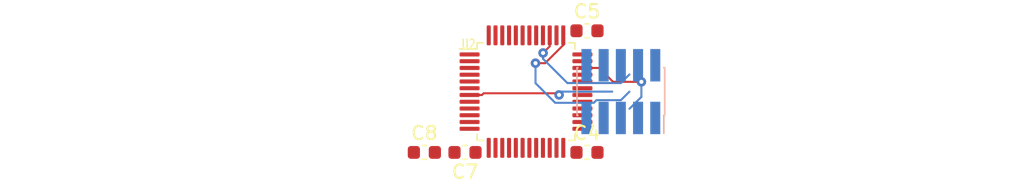
<source format=kicad_pcb>
(kicad_pcb (version 20240108) (generator "pcbnew") (generator_version "8.0")
  (layers (0 "F.Cu" signal "Front") (31 "B.Cu" signal "Back") (34 "B.Paste" user) (35 "F.Paste" user) (36 "B.SilkS" user "B.Silkscreen") (37 "F.SilkS" user "F.Silkscreen") (38 "B.Mask" user) (39 "F.Mask" user) (44 "Edge.Cuts" user))
  (net 0 "")
  (net 1 "usb.gnd")
  (net 2 "reg.pwr_out")
  (net 3 "led.signal")
  (net 4 "mcu.ic.osc.xtal_out")
  (net 5 "mcu.reset_node")
  (net 6 "mcu.ic.osc.xtal_in")
  (net 7 "mcu.swd.tdi")
  (net 8 "mcu.swd_node.swdio")
  (net 9 "mcu.swd_node.swclk")
  (net 10 "mcu.swd.swo")
  (footprint "Capacitor_SMD:C_0603_1608Metric" (layer "F.Cu") (at 153 52.5)
    (property "Reference" "C8" (at 0 -1.43 0) (layer "F.SilkS"))
    (property "Value" "50V 1uF X5R ±10% 0603 Multilayer Ceramic Capacitors MLCC - SMD/SMT ROHS")
    (fp_line (start -0.14058 -0.51) (end 0.14058 -0.51) (stroke (width 0.12)) (layer "F.SilkS"))
    (fp_line (start -0.14058 0.51) (end 0.14058 0.51) (stroke (width 0.12)) (layer "F.SilkS"))
    (pad "1" smd roundrect (at -0.775 0) (size 0.9 0.95) (layers "F.Cu" "F.Paste" "F.Mask") (net 2 "reg.pwr_out"))
    (pad "2" smd roundrect (at 0.775 0) (size 0.9 0.95) (layers "F.Cu" "F.Paste" "F.Mask") (net 1 "usb.gnd"))
  )
  (footprint "Package_QFP:LQFP-48_7x7mm_P0.5mm" (layer "F.Cu") (at 160.5 48)
    (property "Reference" "U2" (at -4.25 -3.5 0) (layer "F.SilkS") (effects (font (size 0.7 0.5) (thickness 0.1))))
    (property "Value" "STM32F103xxT6")
    (fp_line (start -3.61 -3.61) (end -3.61 -3.16) (stroke (width 0.12)) (layer "F.SilkS"))
    (fp_line (start -3.61 -3.16) (end -4.9 -3.16) (stroke (width 0.12)) (layer "F.SilkS"))
    (fp_line (start -3.61 3.61) (end -3.61 3.16) (stroke (width 0.12)) (layer "F.SilkS"))
    (fp_line (start -3.16 -3.61) (end -3.61 -3.61) (stroke (width 0.12)) (layer "F.SilkS"))
    (fp_line (start -3.16 3.61) (end -3.61 3.61) (stroke (width 0.12)) (layer "F.SilkS"))
    (fp_line (start 3.16 -3.61) (end 3.61 -3.61) (stroke (width 0.12)) (layer "F.SilkS"))
    (fp_line (start 3.16 3.61) (end 3.61 3.61) (stroke (width 0.12)) (layer "F.SilkS"))
    (fp_line (start 3.61 -3.61) (end 3.61 -3.16) (stroke (width 0.12)) (layer "F.SilkS"))
    (fp_line (start 3.61 3.61) (end 3.61 3.16) (stroke (width 0.12)) (layer "F.SilkS"))
    (pad "1" smd roundrect (at -4.1625 -2.75) (size 1.475 0.3) (layers "F.Cu" "F.Paste" "F.Mask") (net 2 "reg.pwr_out"))
    (pad "2" smd roundrect (at -4.1625 -2.25) (size 1.475 0.3) (layers "F.Cu" "F.Paste" "F.Mask"))
    (pad "3" smd roundrect (at -4.1625 -1.75) (size 1.475 0.3) (layers "F.Cu" "F.Paste" "F.Mask"))
    (pad "4" smd roundrect (at -4.1625 -1.25) (size 1.475 0.3) (layers "F.Cu" "F.Paste" "F.Mask"))
    (pad "5" smd roundrect (at -4.1625 -0.75) (size 1.475 0.3) (layers "F.Cu" "F.Paste" "F.Mask") (net 6 "mcu.ic.osc.xtal_in"))
    (pad "6" smd roundrect (at -4.1625 -0.25) (size 1.475 0.3) (layers "F.Cu" "F.Paste" "F.Mask") (net 4 "mcu.ic.osc.xtal_out"))
    (pad "7" smd roundrect (at -4.1625 0.25) (size 1.475 0.3) (layers "F.Cu" "F.Paste" "F.Mask") (net 5 "mcu.reset_node"))
    (pad "8" smd roundrect (at -4.1625 0.75) (size 1.475 0.3) (layers "F.Cu" "F.Paste" "F.Mask") (net 1 "usb.gnd"))
    (pad "9" smd roundrect (at -4.1625 1.25) (size 1.475 0.3) (layers "F.Cu" "F.Paste" "F.Mask") (net 2 "reg.pwr_out"))
    (pad "10" smd roundrect (at -4.1625 1.75) (size 1.475 0.3) (layers "F.Cu" "F.Paste" "F.Mask") (net 3 "led.signal"))
    (pad "11" smd roundrect (at -4.1625 2.25) (size 1.475 0.3) (layers "F.Cu" "F.Paste" "F.Mask"))
    (pad "12" smd roundrect (at -4.1625 2.75) (size 1.475 0.3) (layers "F.Cu" "F.Paste" "F.Mask"))
    (pad "13" smd roundrect (at -2.75 4.1625) (size 0.3 1.475) (layers "F.Cu" "F.Paste" "F.Mask"))
    (pad "14" smd roundrect (at -2.25 4.1625) (size 0.3 1.475) (layers "F.Cu" "F.Paste" "F.Mask"))
    (pad "15" smd roundrect (at -1.75 4.1625) (size 0.3 1.475) (layers "F.Cu" "F.Paste" "F.Mask"))
    (pad "16" smd roundrect (at -1.25 4.1625) (size 0.3 1.475) (layers "F.Cu" "F.Paste" "F.Mask"))
    (pad "17" smd roundrect (at -0.75 4.1625) (size 0.3 1.475) (layers "F.Cu" "F.Paste" "F.Mask"))
    (pad "18" smd roundrect (at -0.25 4.1625) (size 0.3 1.475) (layers "F.Cu" "F.Paste" "F.Mask"))
    (pad "19" smd roundrect (at 0.25 4.1625) (size 0.3 1.475) (layers "F.Cu" "F.Paste" "F.Mask"))
    (pad "20" smd roundrect (at 0.75 4.1625) (size 0.3 1.475) (layers "F.Cu" "F.Paste" "F.Mask"))
    (pad "21" smd roundrect (at 1.25 4.1625) (size 0.3 1.475) (layers "F.Cu" "F.Paste" "F.Mask"))
    (pad "22" smd roundrect (at 1.75 4.1625) (size 0.3 1.475) (layers "F.Cu" "F.Paste" "F.Mask"))
    (pad "23" smd roundrect (at 2.25 4.1625) (size 0.3 1.475) (layers "F.Cu" "F.Paste" "F.Mask") (net 1 "usb.gnd"))
    (pad "24" smd roundrect (at 2.75 4.1625) (size 0.3 1.475) (layers "F.Cu" "F.Paste" "F.Mask") (net 2 "reg.pwr_out"))
    (pad "25" smd roundrect (at 4.1625 2.75) (size 1.475 0.3) (layers "F.Cu" "F.Paste" "F.Mask"))
    (pad "26" smd roundrect (at 4.1625 2.25) (size 1.475 0.3) (layers "F.Cu" "F.Paste" "F.Mask"))
    (pad "27" smd roundrect (at 4.1625 1.75) (size 1.475 0.3) (layers "F.Cu" "F.Paste" "F.Mask"))
    (pad "28" smd roundrect (at 4.1625 1.25) (size 1.475 0.3) (layers "F.Cu" "F.Paste" "F.Mask"))
    (pad "29" smd roundrect (at 4.1625 0.75) (size 1.475 0.3) (layers "F.Cu" "F.Paste" "F.Mask"))
    (pad "30" smd roundrect (at 4.1625 0.25) (size 1.475 0.3) (layers "F.Cu" "F.Paste" "F.Mask"))
    (pad "31" smd roundrect (at 4.1625 -0.25) (size 1.475 0.3) (layers "F.Cu" "F.Paste" "F.Mask"))
    (pad "32" smd roundrect (at 4.1625 -0.75) (size 1.475 0.3) (layers "F.Cu" "F.Paste" "F.Mask"))
    (pad "33" smd roundrect (at 4.1625 -1.25) (size 1.475 0.3) (layers "F.Cu" "F.Paste" "F.Mask"))
    (pad "34" smd roundrect (at 4.1625 -1.75) (size 1.475 0.3) (layers "F.Cu" "F.Paste" "F.Mask") (net 8 "mcu.swd_node.swdio"))
    (pad "35" smd roundrect (at 4.1625 -2.25) (size 1.475 0.3) (layers "F.Cu" "F.Paste" "F.Mask") (net 1 "usb.gnd"))
    (pad "36" smd roundrect (at 4.1625 -2.75) (size 1.475 0.3) (layers "F.Cu" "F.Paste" "F.Mask") (net 2 "reg.pwr_out"))
    (pad "37" smd roundrect (at 2.75 -4.1625) (size 0.3 1.475) (layers "F.Cu" "F.Paste" "F.Mask") (net 9 "mcu.swd_node.swclk"))
    (pad "38" smd roundrect (at 2.25 -4.1625) (size 0.3 1.475) (layers "F.Cu" "F.Paste" "F.Mask"))
    (pad "39" smd roundrect (at 1.75 -4.1625) (size 0.3 1.475) (layers "F.Cu" "F.Paste" "F.Mask"))
    (pad "40" smd roundrect (at 1.25 -4.1625) (size 0.3 1.475) (layers "F.Cu" "F.Paste" "F.Mask"))
    (pad "41" smd roundrect (at 0.75 -4.1625) (size 0.3 1.475) (layers "F.Cu" "F.Paste" "F.Mask"))
    (pad "42" smd roundrect (at 0.25 -4.1625) (size 0.3 1.475) (layers "F.Cu" "F.Paste" "F.Mask"))
    (pad "43" smd roundrect (at -0.25 -4.1625) (size 0.3 1.475) (layers "F.Cu" "F.Paste" "F.Mask"))
    (pad "44" smd roundrect (at -0.75 -4.1625) (size 0.3 1.475) (layers "F.Cu" "F.Paste" "F.Mask") (net 1 "usb.gnd"))
    (pad "45" smd roundrect (at -1.25 -4.1625) (size 0.3 1.475) (layers "F.Cu" "F.Paste" "F.Mask"))
    (pad "46" smd roundrect (at -1.75 -4.1625) (size 0.3 1.475) (layers "F.Cu" "F.Paste" "F.Mask"))
    (pad "47" smd roundrect (at -2.25 -4.1625) (size 0.3 1.475) (layers "F.Cu" "F.Paste" "F.Mask") (net 1 "usb.gnd"))
    (pad "48" smd roundrect (at -2.75 -4.1625) (size 0.3 1.475) (layers "F.Cu" "F.Paste" "F.Mask") (net 2 "reg.pwr_out"))
  )
  (footprint "Capacitor_SMD:C_0603_1608Metric" (layer "F.Cu") (at 165 43.5)
    (property "Reference" "C5" (at 0 -1.43 0) (layer "F.SilkS"))
    (property "Value" "50V 100nF X7R ±10% 0603 Multilayer Ceramic Capacitors MLCC - SMD/SMT ROHS")
    (fp_line (start -0.14058 -0.51) (end 0.14058 -0.51) (stroke (width 0.12)) (layer "F.SilkS"))
    (fp_line (start -0.14058 0.51) (end 0.14058 0.51) (stroke (width 0.12)) (layer "F.SilkS"))
    (pad "1" smd roundrect (at -0.775 0) (size 0.9 0.95) (layers "F.Cu" "F.Paste" "F.Mask") (net 2 "reg.pwr_out"))
    (pad "2" smd roundrect (at 0.775 0) (size 0.9 0.95) (layers "F.Cu" "F.Paste" "F.Mask") (net 1 "usb.gnd"))
  )
  (footprint "Capacitor_SMD:C_0603_1608Metric" (layer "F.Cu") (at 156 52.5 180)
    (property "Reference" "C7" (at 0 -1.43 180) (layer "F.SilkS"))
    (property "Value" "50V 10nF X7R ±10% 0603 Multilayer Ceramic Capacitors MLCC - SMD/SMT ROHS")
    (fp_line (start -0.14058 0.51) (end 0.14058 0.51) (stroke (width 0.12)) (layer "F.SilkS"))
    (fp_line (start -0.14058 -0.51) (end 0.14058 -0.51) (stroke (width 0.12)) (layer "F.SilkS"))
    (pad "1" smd roundrect (at -0.775 0 180) (size 0.9 0.95) (layers "F.Cu" "F.Paste" "F.Mask") (net 2 "reg.pwr_out"))
    (pad "2" smd roundrect (at 0.775 0 180) (size 0.9 0.95) (layers "F.Cu" "F.Paste" "F.Mask") (net 1 "usb.gnd"))
  )
  (footprint "Capacitor_SMD:C_0603_1608Metric" (layer "F.Cu") (at 165 52.5)
    (property "Reference" "C4" (at 0 -1.43 0) (layer "F.SilkS"))
    (property "Value" "50V 100nF X7R ±10% 0603 Multilayer Ceramic Capacitors MLCC - SMD/SMT ROHS")
    (fp_line (start -0.14058 -0.51) (end 0.14058 -0.51) (stroke (width 0.12)) (layer "F.SilkS"))
    (fp_line (start -0.14058 0.51) (end 0.14058 0.51) (stroke (width 0.12)) (layer "F.SilkS"))
    (pad "1" smd roundrect (at -0.775 0) (size 0.9 0.95) (layers "F.Cu" "F.Paste" "F.Mask") (net 2 "reg.pwr_out"))
    (pad "2" smd roundrect (at 0.775 0) (size 0.9 0.95) (layers "F.Cu" "F.Paste" "F.Mask") (net 1 "usb.gnd"))
  )
  (footprint "Connector_PinHeader_1.27mm:PinHeader_2x05_P1.27mm_Vertical_SMD" (layer "B.Cu") (at 167.5 48 90)
    (property "Reference" "J2" (hide yes))
    (property "Value" "PinHeader1.27 Shrouded 2x5")
    (fp_line (start 1.765 -3.235) (end -1.765 -3.235) (stroke (width 0.12)) (layer "B.SilkS"))
    (fp_line (start 1.765 -3.235) (end 1.765 -3.17) (stroke (width 0.12)) (layer "B.SilkS"))
    (fp_line (start -1.765 -3.235) (end -1.765 -3.17) (stroke (width 0.12)) (layer "B.SilkS"))
    (fp_line (start 1.765 3.17) (end 1.765 3.235) (stroke (width 0.12)) (layer "B.SilkS"))
    (fp_line (start -1.765 3.17) (end -3.09 3.17) (stroke (width 0.12)) (layer "B.SilkS"))
    (fp_line (start -1.765 3.17) (end -1.765 3.235) (stroke (width 0.12)) (layer "B.SilkS"))
    (fp_line (start 1.765 3.235) (end -1.765 3.235) (stroke (width 0.12)) (layer "B.SilkS"))
    (pad "1" smd rect (at -1.95 2.54 90) (size 2.4 0.74) (layers "B.Cu" "B.Paste" "B.Mask") (net 2 "reg.pwr_out"))
    (pad "2" smd rect (at 1.95 2.54 90) (size 2.4 0.74) (layers "B.Cu" "B.Paste" "B.Mask") (net 8 "mcu.swd_node.swdio"))
    (pad "3" smd rect (at -1.95 1.27 90) (size 2.4 0.74) (layers "B.Cu" "B.Paste" "B.Mask") (net 1 "usb.gnd"))
    (pad "4" smd rect (at 1.95 1.27 90) (size 2.4 0.74) (layers "B.Cu" "B.Paste" "B.Mask") (net 9 "mcu.swd_node.swclk"))
    (pad "5" smd rect (at -1.95 0 90) (size 2.4 0.74) (layers "B.Cu" "B.Paste" "B.Mask") (net 1 "usb.gnd"))
    (pad "6" smd rect (at 1.95 0 90) (size 2.4 0.74) (layers "B.Cu" "B.Paste" "B.Mask") (net 10 "mcu.swd.swo"))
    (pad "7" smd rect (at -1.95 -1.27 90) (size 2.4 0.74) (layers "B.Cu" "B.Paste" "B.Mask"))
    (pad "8" smd rect (at 1.95 -1.27 90) (size 2.4 0.74) (layers "B.Cu" "B.Paste" "B.Mask") (net 7 "mcu.swd.tdi"))
    (pad "9" smd rect (at -1.95 -2.54 90) (size 2.4 0.74) (layers "B.Cu" "B.Paste" "B.Mask") (net 1 "usb.gnd"))
    (pad "10" smd rect (at 1.95 -2.54 90) (size 2.4 0.74) (layers "B.Cu" "B.Paste" "B.Mask") (net 5 "mcu.reset_node"))
  )
  (segment (start 157.25 48.25) (end 156.3375 48.25) (width 0.15) (layer "F.Cu") (net 5))
  (segment (start 157.3745 48.1255) (end 157.25 48.25) (width 0.15) (layer "F.Cu") (net 5))
  (segment (start 162.9414 48.2437) (end 162.8232 48.1255) (width 0.15) (layer "F.Cu") (net 5))
  (segment (start 162.8232 48.1255) (end 157.3745 48.1255) (width 0.15) (layer "F.Cu") (net 5))
  (via (at 162.9414 48.2437) (size 0.7) (drill 0.3) (layers "F.Cu" "B.Cu") (net 5))
  (segment (start 162.9414 48.2437) (end 163.1851 48) (width 0.15) (layer "B.Cu") (net 5))
  (segment (start 163.1851 48) (end 166.865 48) (width 0.15) (layer "B.Cu") (net 5))
  (segment (start 169.0153 47.2768) (end 166.9227 47.2768) (width 0.15) (layer "F.Cu") (net 8))
  (segment (start 166.9227 47.2768) (end 165.8959 46.25) (width 0.15) (layer "F.Cu") (net 8))
  (segment (start 165.8959 46.25) (end 164.6625 46.25) (width 0.15) (layer "F.Cu") (net 8))
  (via (at 169.0153 47.2768) (size 0.7) (drill 0.3) (layers "F.Cu" "B.Cu") (net 8))
  (segment (start 168.135 49.27) (end 169.0153 48.3897) (width 0.15) (layer "B.Cu") (net 8))
  (segment (start 169.0153 48.3897) (end 169.0153 47.2768) (width 0.15) (layer "B.Cu") (net 8))
  (segment (start 163.25 44.555) (end 161.9074 45.8976) (width 0.15) (layer "F.Cu") (net 9))
  (segment (start 163.25 43.8375) (end 163.25 44.555) (width 0.15) (layer "F.Cu") (net 9))
  (segment (start 161.9074 45.8976) (end 161.2022 45.8976) (width 0.15) (layer "F.Cu") (net 9))
  (via (at 161.2022 45.8976) (size 0.7) (drill 0.3) (layers "F.Cu" "B.Cu") (net 9))
  (segment (start 167.5 48.635) (end 165.6999 48.635) (width 0.15) (layer "B.Cu") (net 9))
  (segment (start 162.6548 48.8296) (end 161.2022 47.377) (width 0.15) (layer "B.Cu") (net 9))
  (segment (start 165.6999 48.635) (end 165.5053 48.8296) (width 0.15) (layer "B.Cu") (net 9))
  (segment (start 168.135 48) (end 167.5 48.635) (width 0.15) (layer "B.Cu") (net 9))
  (segment (start 165.5053 48.8296) (end 162.6548 48.8296) (width 0.15) (layer "B.Cu") (net 9))
  (segment (start 161.2022 47.377) (end 161.2022 45.8976) (width 0.15) (layer "B.Cu") (net 9))
  (segment (start 161.7598 45.1416) (end 162.25 44.6514) (width 0.15) (layer "F.Cu") (net 10))
  (segment (start 162.25 44.6514) (end 162.25 43.8375) (width 0.15) (layer "F.Cu") (net 10))
  (via (at 161.7598 45.1416) (size 0.7) (drill 0.3) (layers "F.Cu" "B.Cu") (net 10))
  (segment (start 163.5503 47.365) (end 161.7598 45.5745) (width 0.15) (layer "B.Cu") (net 10))
  (segment (start 167.5 47.365) (end 163.5503 47.365) (width 0.15) (layer "B.Cu") (net 10))
  (segment (start 168.135 46.73) (end 167.5 47.365) (width 0.15) (layer "B.Cu") (net 10))
  (segment (start 161.7598 45.5745) (end 161.7598 45.1416) (width 0.15) (layer "B.Cu") (net 10))
)
</source>
